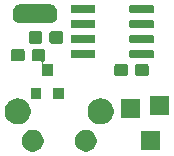
<source format=gts>
G04 #@! TF.GenerationSoftware,KiCad,Pcbnew,(5.1.6)-1*
G04 #@! TF.CreationDate,2020-08-20T16:01:08-07:00*
G04 #@! TF.ProjectId,Momentary-Power-Toggle,4d6f6d65-6e74-4617-9279-2d506f776572,rev?*
G04 #@! TF.SameCoordinates,Original*
G04 #@! TF.FileFunction,Soldermask,Top*
G04 #@! TF.FilePolarity,Negative*
%FSLAX46Y46*%
G04 Gerber Fmt 4.6, Leading zero omitted, Abs format (unit mm)*
G04 Created by KiCad (PCBNEW (5.1.6)-1) date 2020-08-20 16:01:08*
%MOMM*%
%LPD*%
G01*
G04 APERTURE LIST*
%ADD10C,0.100000*%
G04 APERTURE END LIST*
D10*
G36*
X89270104Y-86859585D02*
G01*
X89438626Y-86929389D01*
X89590291Y-87030728D01*
X89719272Y-87159709D01*
X89820611Y-87311374D01*
X89890415Y-87479896D01*
X89926000Y-87658797D01*
X89926000Y-87841203D01*
X89890415Y-88020104D01*
X89820611Y-88188626D01*
X89719272Y-88340291D01*
X89590291Y-88469272D01*
X89438626Y-88570611D01*
X89270104Y-88640415D01*
X89091203Y-88676000D01*
X88908797Y-88676000D01*
X88729896Y-88640415D01*
X88561374Y-88570611D01*
X88409709Y-88469272D01*
X88280728Y-88340291D01*
X88179389Y-88188626D01*
X88109585Y-88020104D01*
X88074000Y-87841203D01*
X88074000Y-87658797D01*
X88109585Y-87479896D01*
X88179389Y-87311374D01*
X88280728Y-87159709D01*
X88409709Y-87030728D01*
X88561374Y-86929389D01*
X88729896Y-86859585D01*
X88908797Y-86824000D01*
X89091203Y-86824000D01*
X89270104Y-86859585D01*
G37*
G36*
X84770104Y-86859585D02*
G01*
X84938626Y-86929389D01*
X85090291Y-87030728D01*
X85219272Y-87159709D01*
X85320611Y-87311374D01*
X85390415Y-87479896D01*
X85426000Y-87658797D01*
X85426000Y-87841203D01*
X85390415Y-88020104D01*
X85320611Y-88188626D01*
X85219272Y-88340291D01*
X85090291Y-88469272D01*
X84938626Y-88570611D01*
X84770104Y-88640415D01*
X84591203Y-88676000D01*
X84408797Y-88676000D01*
X84229896Y-88640415D01*
X84061374Y-88570611D01*
X83909709Y-88469272D01*
X83780728Y-88340291D01*
X83679389Y-88188626D01*
X83609585Y-88020104D01*
X83574000Y-87841203D01*
X83574000Y-87658797D01*
X83609585Y-87479896D01*
X83679389Y-87311374D01*
X83780728Y-87159709D01*
X83909709Y-87030728D01*
X84061374Y-86929389D01*
X84229896Y-86859585D01*
X84408797Y-86824000D01*
X84591203Y-86824000D01*
X84770104Y-86859585D01*
G37*
G36*
X95301000Y-88551000D02*
G01*
X93699000Y-88551000D01*
X93699000Y-86949000D01*
X95301000Y-86949000D01*
X95301000Y-88551000D01*
G37*
G36*
X83454795Y-84180156D02*
G01*
X83561150Y-84201311D01*
X83661334Y-84242809D01*
X83761520Y-84284307D01*
X83941844Y-84404795D01*
X84095205Y-84558156D01*
X84215693Y-84738480D01*
X84298689Y-84938851D01*
X84341000Y-85151560D01*
X84341000Y-85368440D01*
X84298689Y-85581149D01*
X84215693Y-85781520D01*
X84095205Y-85961844D01*
X83941844Y-86115205D01*
X83761520Y-86235693D01*
X83661334Y-86277191D01*
X83561150Y-86318689D01*
X83454795Y-86339844D01*
X83348440Y-86361000D01*
X83131560Y-86361000D01*
X83025205Y-86339844D01*
X82918850Y-86318689D01*
X82718480Y-86235693D01*
X82538156Y-86115205D01*
X82384795Y-85961844D01*
X82264307Y-85781520D01*
X82181311Y-85581149D01*
X82139000Y-85368440D01*
X82139000Y-85151560D01*
X82181311Y-84938851D01*
X82264307Y-84738480D01*
X82384795Y-84558156D01*
X82538156Y-84404795D01*
X82718480Y-84284307D01*
X82918850Y-84201311D01*
X83025205Y-84180156D01*
X83131560Y-84159000D01*
X83348440Y-84159000D01*
X83454795Y-84180156D01*
G37*
G36*
X90464795Y-84180156D02*
G01*
X90571150Y-84201311D01*
X90671334Y-84242809D01*
X90771520Y-84284307D01*
X90951844Y-84404795D01*
X91105205Y-84558156D01*
X91225693Y-84738480D01*
X91308689Y-84938851D01*
X91351000Y-85151560D01*
X91351000Y-85368440D01*
X91308689Y-85581149D01*
X91225693Y-85781520D01*
X91105205Y-85961844D01*
X90951844Y-86115205D01*
X90771520Y-86235693D01*
X90671334Y-86277191D01*
X90571150Y-86318689D01*
X90464795Y-86339844D01*
X90358440Y-86361000D01*
X90141560Y-86361000D01*
X90035205Y-86339844D01*
X89928850Y-86318689D01*
X89728480Y-86235693D01*
X89548156Y-86115205D01*
X89394795Y-85961844D01*
X89274307Y-85781520D01*
X89191311Y-85581149D01*
X89149000Y-85368440D01*
X89149000Y-85151560D01*
X89191311Y-84938851D01*
X89274307Y-84738480D01*
X89394795Y-84558156D01*
X89548156Y-84404795D01*
X89728480Y-84284307D01*
X89928850Y-84201311D01*
X90035205Y-84180156D01*
X90141560Y-84159000D01*
X90358440Y-84159000D01*
X90464795Y-84180156D01*
G37*
G36*
X93551000Y-85801000D02*
G01*
X91949000Y-85801000D01*
X91949000Y-84199000D01*
X93551000Y-84199000D01*
X93551000Y-85801000D01*
G37*
G36*
X96051000Y-85551000D02*
G01*
X94449000Y-85551000D01*
X94449000Y-83949000D01*
X96051000Y-83949000D01*
X96051000Y-85551000D01*
G37*
G36*
X85251000Y-84251000D02*
G01*
X84349000Y-84251000D01*
X84349000Y-83249000D01*
X85251000Y-83249000D01*
X85251000Y-84251000D01*
G37*
G36*
X87151000Y-84251000D02*
G01*
X86249000Y-84251000D01*
X86249000Y-83249000D01*
X87151000Y-83249000D01*
X87151000Y-84251000D01*
G37*
G36*
X92414499Y-81228445D02*
G01*
X92451995Y-81239820D01*
X92486554Y-81258292D01*
X92516847Y-81283153D01*
X92541708Y-81313446D01*
X92560180Y-81348005D01*
X92571555Y-81385501D01*
X92576000Y-81430638D01*
X92576000Y-82069362D01*
X92571555Y-82114499D01*
X92560180Y-82151995D01*
X92541708Y-82186554D01*
X92516847Y-82216847D01*
X92486554Y-82241708D01*
X92451995Y-82260180D01*
X92414499Y-82271555D01*
X92369362Y-82276000D01*
X91630638Y-82276000D01*
X91585501Y-82271555D01*
X91548005Y-82260180D01*
X91513446Y-82241708D01*
X91483153Y-82216847D01*
X91458292Y-82186554D01*
X91439820Y-82151995D01*
X91428445Y-82114499D01*
X91424000Y-82069362D01*
X91424000Y-81430638D01*
X91428445Y-81385501D01*
X91439820Y-81348005D01*
X91458292Y-81313446D01*
X91483153Y-81283153D01*
X91513446Y-81258292D01*
X91548005Y-81239820D01*
X91585501Y-81228445D01*
X91630638Y-81224000D01*
X92369362Y-81224000D01*
X92414499Y-81228445D01*
G37*
G36*
X94164499Y-81228445D02*
G01*
X94201995Y-81239820D01*
X94236554Y-81258292D01*
X94266847Y-81283153D01*
X94291708Y-81313446D01*
X94310180Y-81348005D01*
X94321555Y-81385501D01*
X94326000Y-81430638D01*
X94326000Y-82069362D01*
X94321555Y-82114499D01*
X94310180Y-82151995D01*
X94291708Y-82186554D01*
X94266847Y-82216847D01*
X94236554Y-82241708D01*
X94201995Y-82260180D01*
X94164499Y-82271555D01*
X94119362Y-82276000D01*
X93380638Y-82276000D01*
X93335501Y-82271555D01*
X93298005Y-82260180D01*
X93263446Y-82241708D01*
X93233153Y-82216847D01*
X93208292Y-82186554D01*
X93189820Y-82151995D01*
X93178445Y-82114499D01*
X93174000Y-82069362D01*
X93174000Y-81430638D01*
X93178445Y-81385501D01*
X93189820Y-81348005D01*
X93208292Y-81313446D01*
X93233153Y-81283153D01*
X93263446Y-81258292D01*
X93298005Y-81239820D01*
X93335501Y-81228445D01*
X93380638Y-81224000D01*
X94119362Y-81224000D01*
X94164499Y-81228445D01*
G37*
G36*
X85414499Y-79978445D02*
G01*
X85451995Y-79989820D01*
X85486554Y-80008292D01*
X85516847Y-80033153D01*
X85541708Y-80063446D01*
X85560180Y-80098005D01*
X85571555Y-80135501D01*
X85576000Y-80180638D01*
X85576000Y-80819362D01*
X85571555Y-80864499D01*
X85560180Y-80901995D01*
X85541708Y-80936554D01*
X85516847Y-80966847D01*
X85486554Y-80991708D01*
X85445295Y-81013761D01*
X85424921Y-81027375D01*
X85407593Y-81044701D01*
X85393979Y-81065076D01*
X85384602Y-81087714D01*
X85379821Y-81111748D01*
X85379821Y-81136252D01*
X85384601Y-81160285D01*
X85393978Y-81182924D01*
X85407592Y-81203298D01*
X85424918Y-81220626D01*
X85445293Y-81234240D01*
X85467931Y-81243617D01*
X85491965Y-81248398D01*
X85504218Y-81249000D01*
X86201000Y-81249000D01*
X86201000Y-82251000D01*
X85299000Y-82251000D01*
X85299000Y-81150999D01*
X85296598Y-81126613D01*
X85289485Y-81103164D01*
X85277934Y-81081553D01*
X85262389Y-81062611D01*
X85243447Y-81047066D01*
X85221836Y-81035515D01*
X85198387Y-81028402D01*
X85174001Y-81026000D01*
X84630638Y-81026000D01*
X84585501Y-81021555D01*
X84548005Y-81010180D01*
X84513446Y-80991708D01*
X84483153Y-80966847D01*
X84458292Y-80936554D01*
X84439820Y-80901995D01*
X84428445Y-80864499D01*
X84424000Y-80819362D01*
X84424000Y-80180638D01*
X84428445Y-80135501D01*
X84439820Y-80098005D01*
X84458292Y-80063446D01*
X84483153Y-80033153D01*
X84513446Y-80008292D01*
X84548005Y-79989820D01*
X84585501Y-79978445D01*
X84630638Y-79974000D01*
X85369362Y-79974000D01*
X85414499Y-79978445D01*
G37*
G36*
X83664499Y-79978445D02*
G01*
X83701995Y-79989820D01*
X83736554Y-80008292D01*
X83766847Y-80033153D01*
X83791708Y-80063446D01*
X83810180Y-80098005D01*
X83821555Y-80135501D01*
X83826000Y-80180638D01*
X83826000Y-80819362D01*
X83821555Y-80864499D01*
X83810180Y-80901995D01*
X83791708Y-80936554D01*
X83766847Y-80966847D01*
X83736554Y-80991708D01*
X83701995Y-81010180D01*
X83664499Y-81021555D01*
X83619362Y-81026000D01*
X82880638Y-81026000D01*
X82835501Y-81021555D01*
X82798005Y-81010180D01*
X82763446Y-80991708D01*
X82733153Y-80966847D01*
X82708292Y-80936554D01*
X82689820Y-80901995D01*
X82678445Y-80864499D01*
X82674000Y-80819362D01*
X82674000Y-80180638D01*
X82678445Y-80135501D01*
X82689820Y-80098005D01*
X82708292Y-80063446D01*
X82733153Y-80033153D01*
X82763446Y-80008292D01*
X82798005Y-79989820D01*
X82835501Y-79978445D01*
X82880638Y-79974000D01*
X83619362Y-79974000D01*
X83664499Y-79978445D01*
G37*
G36*
X89709928Y-80056764D02*
G01*
X89731009Y-80063160D01*
X89750445Y-80073548D01*
X89767476Y-80087524D01*
X89781452Y-80104555D01*
X89791840Y-80123991D01*
X89798236Y-80145072D01*
X89801000Y-80173140D01*
X89801000Y-80636860D01*
X89798236Y-80664928D01*
X89791840Y-80686009D01*
X89781452Y-80705445D01*
X89767476Y-80722476D01*
X89750445Y-80736452D01*
X89731009Y-80746840D01*
X89709928Y-80753236D01*
X89681860Y-80756000D01*
X87868140Y-80756000D01*
X87840072Y-80753236D01*
X87818991Y-80746840D01*
X87799555Y-80736452D01*
X87782524Y-80722476D01*
X87768548Y-80705445D01*
X87758160Y-80686009D01*
X87751764Y-80664928D01*
X87749000Y-80636860D01*
X87749000Y-80173140D01*
X87751764Y-80145072D01*
X87758160Y-80123991D01*
X87768548Y-80104555D01*
X87782524Y-80087524D01*
X87799555Y-80073548D01*
X87818991Y-80063160D01*
X87840072Y-80056764D01*
X87868140Y-80054000D01*
X89681860Y-80054000D01*
X89709928Y-80056764D01*
G37*
G36*
X94659928Y-80056764D02*
G01*
X94681009Y-80063160D01*
X94700445Y-80073548D01*
X94717476Y-80087524D01*
X94731452Y-80104555D01*
X94741840Y-80123991D01*
X94748236Y-80145072D01*
X94751000Y-80173140D01*
X94751000Y-80636860D01*
X94748236Y-80664928D01*
X94741840Y-80686009D01*
X94731452Y-80705445D01*
X94717476Y-80722476D01*
X94700445Y-80736452D01*
X94681009Y-80746840D01*
X94659928Y-80753236D01*
X94631860Y-80756000D01*
X92818140Y-80756000D01*
X92790072Y-80753236D01*
X92768991Y-80746840D01*
X92749555Y-80736452D01*
X92732524Y-80722476D01*
X92718548Y-80705445D01*
X92708160Y-80686009D01*
X92701764Y-80664928D01*
X92699000Y-80636860D01*
X92699000Y-80173140D01*
X92701764Y-80145072D01*
X92708160Y-80123991D01*
X92718548Y-80104555D01*
X92732524Y-80087524D01*
X92749555Y-80073548D01*
X92768991Y-80063160D01*
X92790072Y-80056764D01*
X92818140Y-80054000D01*
X94631860Y-80054000D01*
X94659928Y-80056764D01*
G37*
G36*
X85164499Y-78478445D02*
G01*
X85201995Y-78489820D01*
X85236554Y-78508292D01*
X85266847Y-78533153D01*
X85291708Y-78563446D01*
X85310180Y-78598005D01*
X85321555Y-78635501D01*
X85326000Y-78680638D01*
X85326000Y-79319362D01*
X85321555Y-79364499D01*
X85310180Y-79401995D01*
X85291708Y-79436554D01*
X85266847Y-79466847D01*
X85236554Y-79491708D01*
X85201995Y-79510180D01*
X85164499Y-79521555D01*
X85119362Y-79526000D01*
X84380638Y-79526000D01*
X84335501Y-79521555D01*
X84298005Y-79510180D01*
X84263446Y-79491708D01*
X84233153Y-79466847D01*
X84208292Y-79436554D01*
X84189820Y-79401995D01*
X84178445Y-79364499D01*
X84174000Y-79319362D01*
X84174000Y-78680638D01*
X84178445Y-78635501D01*
X84189820Y-78598005D01*
X84208292Y-78563446D01*
X84233153Y-78533153D01*
X84263446Y-78508292D01*
X84298005Y-78489820D01*
X84335501Y-78478445D01*
X84380638Y-78474000D01*
X85119362Y-78474000D01*
X85164499Y-78478445D01*
G37*
G36*
X86914499Y-78478445D02*
G01*
X86951995Y-78489820D01*
X86986554Y-78508292D01*
X87016847Y-78533153D01*
X87041708Y-78563446D01*
X87060180Y-78598005D01*
X87071555Y-78635501D01*
X87076000Y-78680638D01*
X87076000Y-79319362D01*
X87071555Y-79364499D01*
X87060180Y-79401995D01*
X87041708Y-79436554D01*
X87016847Y-79466847D01*
X86986554Y-79491708D01*
X86951995Y-79510180D01*
X86914499Y-79521555D01*
X86869362Y-79526000D01*
X86130638Y-79526000D01*
X86085501Y-79521555D01*
X86048005Y-79510180D01*
X86013446Y-79491708D01*
X85983153Y-79466847D01*
X85958292Y-79436554D01*
X85939820Y-79401995D01*
X85928445Y-79364499D01*
X85924000Y-79319362D01*
X85924000Y-78680638D01*
X85928445Y-78635501D01*
X85939820Y-78598005D01*
X85958292Y-78563446D01*
X85983153Y-78533153D01*
X86013446Y-78508292D01*
X86048005Y-78489820D01*
X86085501Y-78478445D01*
X86130638Y-78474000D01*
X86869362Y-78474000D01*
X86914499Y-78478445D01*
G37*
G36*
X94659928Y-78786764D02*
G01*
X94681009Y-78793160D01*
X94700445Y-78803548D01*
X94717476Y-78817524D01*
X94731452Y-78834555D01*
X94741840Y-78853991D01*
X94748236Y-78875072D01*
X94751000Y-78903140D01*
X94751000Y-79366860D01*
X94748236Y-79394928D01*
X94741840Y-79416009D01*
X94731452Y-79435445D01*
X94717476Y-79452476D01*
X94700445Y-79466452D01*
X94681009Y-79476840D01*
X94659928Y-79483236D01*
X94631860Y-79486000D01*
X92818140Y-79486000D01*
X92790072Y-79483236D01*
X92768991Y-79476840D01*
X92749555Y-79466452D01*
X92732524Y-79452476D01*
X92718548Y-79435445D01*
X92708160Y-79416009D01*
X92701764Y-79394928D01*
X92699000Y-79366860D01*
X92699000Y-78903140D01*
X92701764Y-78875072D01*
X92708160Y-78853991D01*
X92718548Y-78834555D01*
X92732524Y-78817524D01*
X92749555Y-78803548D01*
X92768991Y-78793160D01*
X92790072Y-78786764D01*
X92818140Y-78784000D01*
X94631860Y-78784000D01*
X94659928Y-78786764D01*
G37*
G36*
X89709928Y-78786764D02*
G01*
X89731009Y-78793160D01*
X89750445Y-78803548D01*
X89767476Y-78817524D01*
X89781452Y-78834555D01*
X89791840Y-78853991D01*
X89798236Y-78875072D01*
X89801000Y-78903140D01*
X89801000Y-79366860D01*
X89798236Y-79394928D01*
X89791840Y-79416009D01*
X89781452Y-79435445D01*
X89767476Y-79452476D01*
X89750445Y-79466452D01*
X89731009Y-79476840D01*
X89709928Y-79483236D01*
X89681860Y-79486000D01*
X87868140Y-79486000D01*
X87840072Y-79483236D01*
X87818991Y-79476840D01*
X87799555Y-79466452D01*
X87782524Y-79452476D01*
X87768548Y-79435445D01*
X87758160Y-79416009D01*
X87751764Y-79394928D01*
X87749000Y-79366860D01*
X87749000Y-78903140D01*
X87751764Y-78875072D01*
X87758160Y-78853991D01*
X87768548Y-78834555D01*
X87782524Y-78817524D01*
X87799555Y-78803548D01*
X87818991Y-78793160D01*
X87840072Y-78786764D01*
X87868140Y-78784000D01*
X89681860Y-78784000D01*
X89709928Y-78786764D01*
G37*
G36*
X94659928Y-77516764D02*
G01*
X94681009Y-77523160D01*
X94700445Y-77533548D01*
X94717476Y-77547524D01*
X94731452Y-77564555D01*
X94741840Y-77583991D01*
X94748236Y-77605072D01*
X94751000Y-77633140D01*
X94751000Y-78096860D01*
X94748236Y-78124928D01*
X94741840Y-78146009D01*
X94731452Y-78165445D01*
X94717476Y-78182476D01*
X94700445Y-78196452D01*
X94681009Y-78206840D01*
X94659928Y-78213236D01*
X94631860Y-78216000D01*
X92818140Y-78216000D01*
X92790072Y-78213236D01*
X92768991Y-78206840D01*
X92749555Y-78196452D01*
X92732524Y-78182476D01*
X92718548Y-78165445D01*
X92708160Y-78146009D01*
X92701764Y-78124928D01*
X92699000Y-78096860D01*
X92699000Y-77633140D01*
X92701764Y-77605072D01*
X92708160Y-77583991D01*
X92718548Y-77564555D01*
X92732524Y-77547524D01*
X92749555Y-77533548D01*
X92768991Y-77523160D01*
X92790072Y-77516764D01*
X92818140Y-77514000D01*
X94631860Y-77514000D01*
X94659928Y-77516764D01*
G37*
G36*
X89709928Y-77516764D02*
G01*
X89731009Y-77523160D01*
X89750445Y-77533548D01*
X89767476Y-77547524D01*
X89781452Y-77564555D01*
X89791840Y-77583991D01*
X89798236Y-77605072D01*
X89801000Y-77633140D01*
X89801000Y-78096860D01*
X89798236Y-78124928D01*
X89791840Y-78146009D01*
X89781452Y-78165445D01*
X89767476Y-78182476D01*
X89750445Y-78196452D01*
X89731009Y-78206840D01*
X89709928Y-78213236D01*
X89681860Y-78216000D01*
X87868140Y-78216000D01*
X87840072Y-78213236D01*
X87818991Y-78206840D01*
X87799555Y-78196452D01*
X87782524Y-78182476D01*
X87768548Y-78165445D01*
X87758160Y-78146009D01*
X87751764Y-78124928D01*
X87749000Y-78096860D01*
X87749000Y-77633140D01*
X87751764Y-77605072D01*
X87758160Y-77583991D01*
X87768548Y-77564555D01*
X87782524Y-77547524D01*
X87799555Y-77533548D01*
X87818991Y-77523160D01*
X87840072Y-77516764D01*
X87868140Y-77514000D01*
X89681860Y-77514000D01*
X89709928Y-77516764D01*
G37*
G36*
X83959999Y-76199737D02*
G01*
X83974528Y-76204145D01*
X83987711Y-76209606D01*
X84011745Y-76214388D01*
X84036249Y-76214389D01*
X84060282Y-76209609D01*
X84082921Y-76200232D01*
X84084765Y-76199000D01*
X85316050Y-76199000D01*
X85328164Y-76205475D01*
X85351613Y-76212588D01*
X85375999Y-76214990D01*
X85400385Y-76212588D01*
X85423834Y-76205475D01*
X85428746Y-76203152D01*
X85440001Y-76199737D01*
X85456140Y-76198148D01*
X85993861Y-76198148D01*
X86012199Y-76199954D01*
X86024450Y-76200556D01*
X86042869Y-76200556D01*
X86065149Y-76202750D01*
X86149233Y-76219476D01*
X86170660Y-76225976D01*
X86249858Y-76258780D01*
X86255303Y-76261691D01*
X86255309Y-76261693D01*
X86264169Y-76266429D01*
X86264173Y-76266432D01*
X86269614Y-76269340D01*
X86340899Y-76316971D01*
X86358204Y-76331172D01*
X86418828Y-76391796D01*
X86433029Y-76409101D01*
X86480660Y-76480386D01*
X86483568Y-76485827D01*
X86483571Y-76485831D01*
X86488307Y-76494691D01*
X86488309Y-76494697D01*
X86491220Y-76500142D01*
X86524024Y-76579340D01*
X86530524Y-76600767D01*
X86547250Y-76684851D01*
X86549444Y-76707131D01*
X86549444Y-76725550D01*
X86550046Y-76737801D01*
X86551852Y-76756139D01*
X86551852Y-77243862D01*
X86550046Y-77262199D01*
X86549444Y-77274450D01*
X86549444Y-77292869D01*
X86547250Y-77315149D01*
X86530524Y-77399233D01*
X86524024Y-77420660D01*
X86491220Y-77499858D01*
X86488309Y-77505303D01*
X86488307Y-77505309D01*
X86483571Y-77514169D01*
X86483568Y-77514173D01*
X86480660Y-77519614D01*
X86433029Y-77590899D01*
X86418828Y-77608204D01*
X86358204Y-77668828D01*
X86340899Y-77683029D01*
X86269614Y-77730660D01*
X86264173Y-77733568D01*
X86264169Y-77733571D01*
X86255309Y-77738307D01*
X86255303Y-77738309D01*
X86249858Y-77741220D01*
X86170660Y-77774024D01*
X86149233Y-77780524D01*
X86065149Y-77797250D01*
X86042869Y-77799444D01*
X86024450Y-77799444D01*
X86012199Y-77800046D01*
X85993862Y-77801852D01*
X85456140Y-77801852D01*
X85440001Y-77800263D01*
X85425472Y-77795855D01*
X85412289Y-77790394D01*
X85388255Y-77785612D01*
X85363751Y-77785611D01*
X85339718Y-77790391D01*
X85317079Y-77799768D01*
X85315235Y-77801000D01*
X84083950Y-77801000D01*
X84071836Y-77794525D01*
X84048387Y-77787412D01*
X84024001Y-77785010D01*
X83999615Y-77787412D01*
X83976166Y-77794525D01*
X83971254Y-77796848D01*
X83959999Y-77800263D01*
X83943860Y-77801852D01*
X83406138Y-77801852D01*
X83387801Y-77800046D01*
X83375550Y-77799444D01*
X83357131Y-77799444D01*
X83334851Y-77797250D01*
X83250767Y-77780524D01*
X83229340Y-77774024D01*
X83150142Y-77741220D01*
X83144697Y-77738309D01*
X83144691Y-77738307D01*
X83135831Y-77733571D01*
X83135827Y-77733568D01*
X83130386Y-77730660D01*
X83059101Y-77683029D01*
X83041796Y-77668828D01*
X82981172Y-77608204D01*
X82966971Y-77590899D01*
X82919340Y-77519614D01*
X82916432Y-77514173D01*
X82916429Y-77514169D01*
X82911693Y-77505309D01*
X82911691Y-77505303D01*
X82908780Y-77499858D01*
X82875976Y-77420660D01*
X82869476Y-77399233D01*
X82852750Y-77315149D01*
X82850556Y-77292869D01*
X82850556Y-77274450D01*
X82849954Y-77262199D01*
X82848148Y-77243862D01*
X82848148Y-76756139D01*
X82849954Y-76737801D01*
X82850556Y-76725550D01*
X82850556Y-76707131D01*
X82852750Y-76684851D01*
X82869476Y-76600767D01*
X82875976Y-76579340D01*
X82908780Y-76500142D01*
X82911691Y-76494697D01*
X82911693Y-76494691D01*
X82916429Y-76485831D01*
X82916432Y-76485827D01*
X82919340Y-76480386D01*
X82966971Y-76409101D01*
X82981172Y-76391796D01*
X83041796Y-76331172D01*
X83059101Y-76316971D01*
X83130386Y-76269340D01*
X83135827Y-76266432D01*
X83135831Y-76266429D01*
X83144691Y-76261693D01*
X83144697Y-76261691D01*
X83150142Y-76258780D01*
X83229340Y-76225976D01*
X83250767Y-76219476D01*
X83334851Y-76202750D01*
X83357131Y-76200556D01*
X83375550Y-76200556D01*
X83387801Y-76199954D01*
X83406139Y-76198148D01*
X83943860Y-76198148D01*
X83959999Y-76199737D01*
G37*
G36*
X94659928Y-76246764D02*
G01*
X94681009Y-76253160D01*
X94700445Y-76263548D01*
X94717476Y-76277524D01*
X94731452Y-76294555D01*
X94741840Y-76313991D01*
X94748235Y-76335070D01*
X94751000Y-76363140D01*
X94751000Y-76826860D01*
X94748236Y-76854928D01*
X94741840Y-76876009D01*
X94731452Y-76895445D01*
X94717476Y-76912476D01*
X94700445Y-76926452D01*
X94681009Y-76936840D01*
X94659928Y-76943236D01*
X94631860Y-76946000D01*
X92818140Y-76946000D01*
X92790072Y-76943236D01*
X92768991Y-76936840D01*
X92749555Y-76926452D01*
X92732524Y-76912476D01*
X92718548Y-76895445D01*
X92708160Y-76876009D01*
X92701764Y-76854928D01*
X92699000Y-76826860D01*
X92699000Y-76363140D01*
X92701765Y-76335070D01*
X92708160Y-76313991D01*
X92718548Y-76294555D01*
X92732524Y-76277524D01*
X92749555Y-76263548D01*
X92768991Y-76253160D01*
X92790072Y-76246764D01*
X92818140Y-76244000D01*
X94631860Y-76244000D01*
X94659928Y-76246764D01*
G37*
G36*
X89709928Y-76246764D02*
G01*
X89731009Y-76253160D01*
X89750445Y-76263548D01*
X89767476Y-76277524D01*
X89781452Y-76294555D01*
X89791840Y-76313991D01*
X89798235Y-76335070D01*
X89801000Y-76363140D01*
X89801000Y-76826860D01*
X89798236Y-76854928D01*
X89791840Y-76876009D01*
X89781452Y-76895445D01*
X89767476Y-76912476D01*
X89750445Y-76926452D01*
X89731009Y-76936840D01*
X89709928Y-76943236D01*
X89681860Y-76946000D01*
X87868140Y-76946000D01*
X87840072Y-76943236D01*
X87818991Y-76936840D01*
X87799555Y-76926452D01*
X87782524Y-76912476D01*
X87768548Y-76895445D01*
X87758160Y-76876009D01*
X87751764Y-76854928D01*
X87749000Y-76826860D01*
X87749000Y-76363140D01*
X87751765Y-76335070D01*
X87758160Y-76313991D01*
X87768548Y-76294555D01*
X87782524Y-76277524D01*
X87799555Y-76263548D01*
X87818991Y-76253160D01*
X87840072Y-76246764D01*
X87868140Y-76244000D01*
X89681860Y-76244000D01*
X89709928Y-76246764D01*
G37*
M02*

</source>
